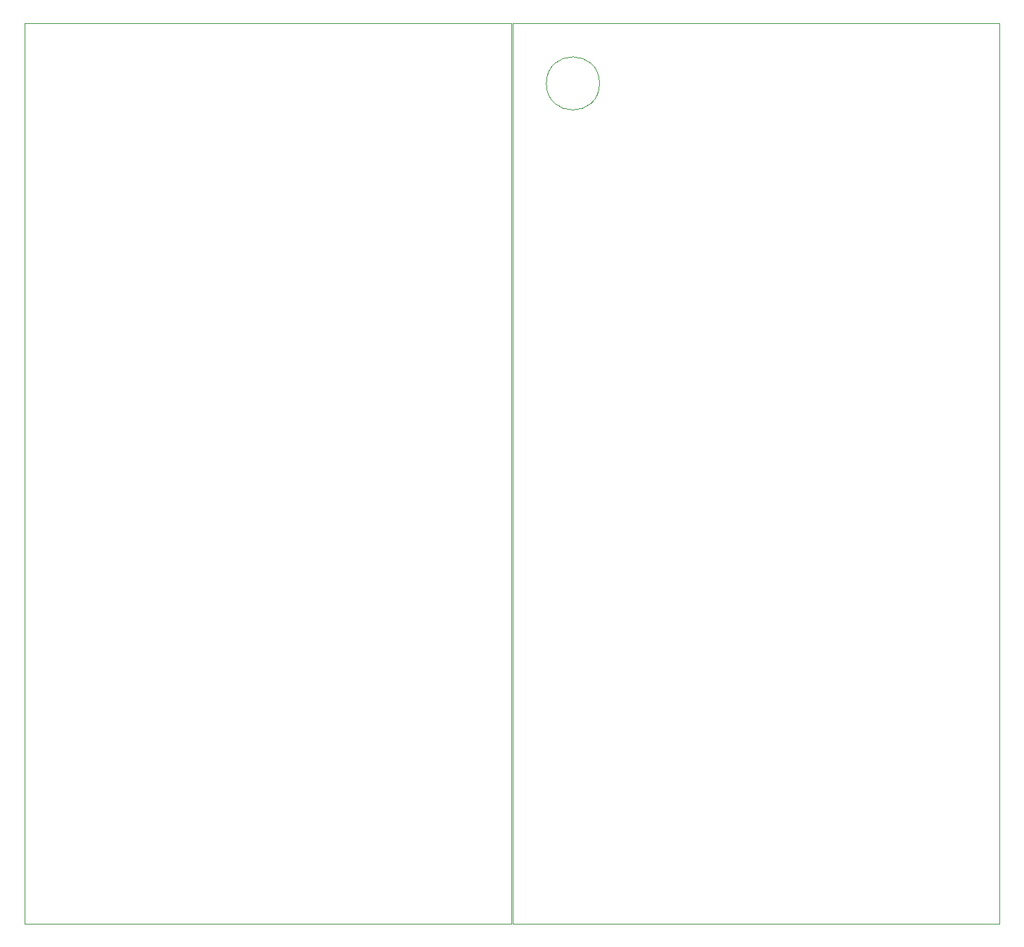
<source format=gm1>
G04 #@! TF.GenerationSoftware,KiCad,Pcbnew,(6.0.0-0)*
G04 #@! TF.CreationDate,2022-05-01T22:25:31-03:00*
G04 #@! TF.ProjectId,3lw_fp_and_bp_circuit,336c775f-6670-45f6-916e-645f62705f63,rev?*
G04 #@! TF.SameCoordinates,Original*
G04 #@! TF.FileFunction,Profile,NP*
%FSLAX46Y46*%
G04 Gerber Fmt 4.6, Leading zero omitted, Abs format (unit mm)*
G04 Created by KiCad (PCBNEW (6.0.0-0)) date 2022-05-01 22:25:31*
%MOMM*%
%LPD*%
G01*
G04 APERTURE LIST*
G04 #@! TA.AperFunction,Profile*
%ADD10C,0.100000*%
G04 #@! TD*
G04 APERTURE END LIST*
D10*
X89175409Y-27254294D02*
G75*
G03*
X89175409Y-27254294I-3200000J0D01*
G01*
X78690000Y-19990000D02*
X137290000Y-19990000D01*
X137290000Y-19990000D02*
X137290000Y-128490000D01*
X137290000Y-128490000D02*
X78690000Y-128490000D01*
X78690000Y-128490000D02*
X78690000Y-19990000D01*
X19990000Y-19990000D02*
X78590000Y-19990000D01*
X78590000Y-19990000D02*
X78590000Y-128490000D01*
X78590000Y-128490000D02*
X19990000Y-128490000D01*
X19990000Y-128490000D02*
X19990000Y-19990000D01*
M02*

</source>
